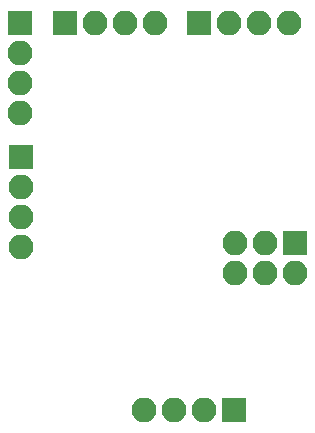
<source format=gbr>
G04 #@! TF.FileFunction,Soldermask,Bot*
%FSLAX46Y46*%
G04 Gerber Fmt 4.6, Leading zero omitted, Abs format (unit mm)*
G04 Created by KiCad (PCBNEW 4.0.7) date 11/26/17 09:03:08*
%MOMM*%
%LPD*%
G01*
G04 APERTURE LIST*
%ADD10C,0.100000*%
%ADD11R,2.100000X2.100000*%
%ADD12O,2.100000X2.100000*%
G04 APERTURE END LIST*
D10*
D11*
X175768000Y-126111000D03*
D12*
X175768000Y-128651000D03*
X173228000Y-126111000D03*
X173228000Y-128651000D03*
X170688000Y-126111000D03*
X170688000Y-128651000D03*
D11*
X170561000Y-140271500D03*
D12*
X168021000Y-140271500D03*
X165481000Y-140271500D03*
X162941000Y-140271500D03*
D11*
X152463500Y-107442000D03*
D12*
X152463500Y-109982000D03*
X152463500Y-112522000D03*
X152463500Y-115062000D03*
D11*
X152527000Y-118808500D03*
D12*
X152527000Y-121348500D03*
X152527000Y-123888500D03*
X152527000Y-126428500D03*
D11*
X167640000Y-107442000D03*
D12*
X170180000Y-107442000D03*
X172720000Y-107442000D03*
X175260000Y-107442000D03*
D11*
X156273500Y-107442000D03*
D12*
X158813500Y-107442000D03*
X161353500Y-107442000D03*
X163893500Y-107442000D03*
M02*

</source>
